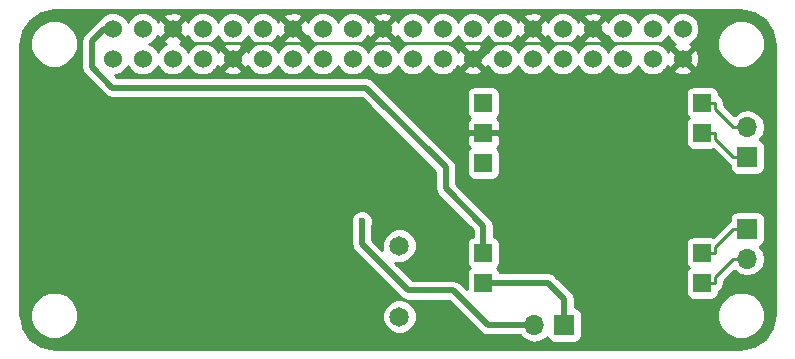
<source format=gbl>
G04 #@! TF.FileFunction,Copper,L2,Bot,Signal*
%FSLAX46Y46*%
G04 Gerber Fmt 4.6, Leading zero omitted, Abs format (unit mm)*
G04 Created by KiCad (PCBNEW 4.0.6-e0-6349~53~ubuntu16.04.1) date Wed Mar 29 22:02:49 2017*
%MOMM*%
%LPD*%
G01*
G04 APERTURE LIST*
%ADD10C,0.100000*%
%ADD11C,1.524000*%
%ADD12C,1.650000*%
%ADD13R,1.700000X1.700000*%
%ADD14O,1.700000X1.700000*%
%ADD15R,1.524000X1.524000*%
%ADD16C,0.600000*%
%ADD17C,0.250000*%
%ADD18C,0.500000*%
%ADD19C,0.254000*%
G04 APERTURE END LIST*
D10*
D11*
X124308000Y-96596000D03*
X124308000Y-94056000D03*
X126848000Y-96596000D03*
X126848000Y-94056000D03*
X129388000Y-96596000D03*
X129388000Y-94056000D03*
X131928000Y-96596000D03*
X131928000Y-94056000D03*
X134468000Y-96596000D03*
X134468000Y-94056000D03*
X137008000Y-96596000D03*
X137008000Y-94056000D03*
X139548000Y-96596000D03*
X139548000Y-94056000D03*
X142088000Y-96596000D03*
X142088000Y-94056000D03*
X144628000Y-96596000D03*
X144628000Y-94056000D03*
X147168000Y-96596000D03*
X147168000Y-94056000D03*
X149708000Y-96596000D03*
X149708000Y-94056000D03*
X152248000Y-96596000D03*
X152248000Y-94056000D03*
X154788000Y-96596000D03*
X154788000Y-94056000D03*
X157328000Y-96596000D03*
X157328000Y-94056000D03*
X159868000Y-96596000D03*
X159868000Y-94056000D03*
X162408000Y-96596000D03*
X162408000Y-94056000D03*
X164948000Y-96596000D03*
X164948000Y-94056000D03*
X167488000Y-96596000D03*
X167488000Y-94056000D03*
X170028000Y-96596000D03*
X170028000Y-94056000D03*
X172568000Y-96596000D03*
X172568000Y-94056000D03*
D12*
X148590000Y-118412000D03*
X148590000Y-112412000D03*
D13*
X178054000Y-104902000D03*
D14*
X178054000Y-102362000D03*
D13*
X178054000Y-110998000D03*
D14*
X178054000Y-113538000D03*
D15*
X174244000Y-100330000D03*
X174244000Y-102870000D03*
X174244000Y-113030000D03*
X174244000Y-115570000D03*
X155702000Y-100330000D03*
X155702000Y-102870000D03*
X155702000Y-105410000D03*
X155702000Y-113030000D03*
X155702000Y-115570000D03*
D13*
X162560000Y-119126000D03*
D14*
X160020000Y-119126000D03*
D16*
X152165000Y-112112000D03*
X145415000Y-110363000D03*
D17*
X152146000Y-112141000D02*
X152146000Y-112131000D01*
X152146000Y-112131000D02*
X152165000Y-112112000D01*
X165430000Y-94056200D02*
X166624000Y-95250000D01*
X164948000Y-94056200D02*
X165430000Y-94056200D01*
X160096000Y-94056200D02*
X161290000Y-95250000D01*
X159868000Y-94056200D02*
X160096000Y-94056200D01*
X155372000Y-96596200D02*
X156718000Y-95250000D01*
X154788000Y-96596200D02*
X155372000Y-96596200D01*
X147168000Y-94081600D02*
X148336000Y-95250000D01*
X147168000Y-94056200D02*
X147168000Y-94081600D01*
X140030000Y-94056200D02*
X141224000Y-95250000D01*
X139548000Y-94056200D02*
X140030000Y-94056200D01*
X134798000Y-96596200D02*
X136144000Y-95250000D01*
X134468000Y-96596200D02*
X134798000Y-96596200D01*
X130581000Y-95250000D02*
X129388000Y-94056200D01*
X136144000Y-95250000D02*
X130581000Y-95250000D01*
X141224000Y-95250000D02*
X136144000Y-95250000D01*
X148336000Y-95250000D02*
X141224000Y-95250000D01*
X156718000Y-95250000D02*
X148336000Y-95250000D01*
X161290000Y-95250000D02*
X156718000Y-95250000D01*
X171069000Y-95250000D02*
X166624000Y-95250000D01*
X172415000Y-96596200D02*
X171069000Y-95250000D01*
X172568000Y-96596200D02*
X172415000Y-96596200D01*
X166624000Y-95250000D02*
X161290000Y-95250000D01*
D18*
X130175000Y-99025400D02*
X145761400Y-99025400D01*
X155702000Y-110744000D02*
X155702000Y-113030000D01*
X152527000Y-107569000D02*
X155702000Y-110744000D01*
X152527000Y-105791000D02*
X152527000Y-107569000D01*
X145761400Y-99025400D02*
X152527000Y-105791000D01*
X124308000Y-94056000D02*
X123622000Y-94056000D01*
X123622000Y-94056000D02*
X122555000Y-95123000D01*
X124298400Y-99025400D02*
X130175000Y-99025400D01*
X122555000Y-97282000D02*
X124298400Y-99025400D01*
X122555000Y-95123000D02*
X122555000Y-97282000D01*
X160020000Y-119126000D02*
X156083000Y-119126000D01*
X153162000Y-116205000D02*
X149352000Y-116205000D01*
X149352000Y-116205000D02*
X145415000Y-112268000D01*
X145415000Y-112268000D02*
X145415000Y-110363000D01*
X156083000Y-119126000D02*
X153162000Y-116205000D01*
D17*
X175331300Y-103354600D02*
X176878700Y-104902000D01*
X175331300Y-102870000D02*
X175331300Y-103354600D01*
X178054000Y-104902000D02*
X176878700Y-104902000D01*
X174244000Y-102870000D02*
X175331300Y-102870000D01*
X175331300Y-100814600D02*
X176878700Y-102362000D01*
X175331300Y-100330000D02*
X175331300Y-100814600D01*
X178054000Y-102362000D02*
X176878700Y-102362000D01*
X174244000Y-100330000D02*
X175331300Y-100330000D01*
X175331300Y-112545400D02*
X176878700Y-110998000D01*
X175331300Y-113030000D02*
X175331300Y-112545400D01*
X178054000Y-110998000D02*
X176878700Y-110998000D01*
X174244000Y-113030000D02*
X175331300Y-113030000D01*
X175331300Y-115085400D02*
X176878700Y-113538000D01*
X175331300Y-115570000D02*
X175331300Y-115085400D01*
X178054000Y-113538000D02*
X176878700Y-113538000D01*
X174244000Y-115570000D02*
X175331300Y-115570000D01*
D18*
X155702000Y-115570000D02*
X161163000Y-115570000D01*
X162560000Y-116967000D02*
X162560000Y-119126000D01*
X161163000Y-115570000D02*
X162560000Y-116967000D01*
D19*
G36*
X178604395Y-92709690D02*
X179523192Y-93323611D01*
X180137110Y-94242405D01*
X180366600Y-95396131D01*
X180366600Y-118220431D01*
X180144869Y-119378312D01*
X179537508Y-120301498D01*
X178623090Y-120921986D01*
X177473511Y-121159200D01*
X119424531Y-121159200D01*
X118270805Y-120929710D01*
X117352011Y-120315792D01*
X116738090Y-119396995D01*
X116601650Y-118711060D01*
X117344652Y-118711060D01*
X117650012Y-119450086D01*
X118214940Y-120016001D01*
X118953432Y-120322650D01*
X119753060Y-120323348D01*
X120492086Y-120017988D01*
X121058001Y-119453060D01*
X121364650Y-118714568D01*
X121365348Y-117914940D01*
X121059988Y-117175914D01*
X120495060Y-116609999D01*
X119756568Y-116303350D01*
X118956940Y-116302652D01*
X118217914Y-116608012D01*
X117651999Y-117172940D01*
X117345350Y-117911432D01*
X117344652Y-118711060D01*
X116601650Y-118711060D01*
X116508600Y-118243269D01*
X116508600Y-95724060D01*
X117344652Y-95724060D01*
X117650012Y-96463086D01*
X118214940Y-97029001D01*
X118953432Y-97335650D01*
X119753060Y-97336348D01*
X120492086Y-97030988D01*
X121058001Y-96466060D01*
X121364650Y-95727568D01*
X121365177Y-95123000D01*
X121669999Y-95123000D01*
X121670000Y-95123005D01*
X121670000Y-97281995D01*
X121669999Y-97282000D01*
X121726190Y-97564484D01*
X121737367Y-97620675D01*
X121843576Y-97779629D01*
X121929210Y-97907790D01*
X123672608Y-99651187D01*
X123672610Y-99651190D01*
X123959725Y-99843033D01*
X124015916Y-99854210D01*
X124298400Y-99910401D01*
X124298405Y-99910400D01*
X145394820Y-99910400D01*
X151642000Y-106157579D01*
X151642000Y-107568995D01*
X151641999Y-107569000D01*
X151698190Y-107851484D01*
X151709367Y-107907675D01*
X151901210Y-108194790D01*
X154817000Y-111110579D01*
X154817000Y-111643704D01*
X154704683Y-111664838D01*
X154488559Y-111803910D01*
X154343569Y-112016110D01*
X154292560Y-112268000D01*
X154292560Y-113792000D01*
X154336838Y-114027317D01*
X154475910Y-114243441D01*
X154557770Y-114299374D01*
X154488559Y-114343910D01*
X154343569Y-114556110D01*
X154292560Y-114808000D01*
X154292560Y-116083980D01*
X153787790Y-115579210D01*
X153774006Y-115570000D01*
X153500675Y-115387367D01*
X153444484Y-115376190D01*
X153162000Y-115319999D01*
X153161995Y-115320000D01*
X149718579Y-115320000D01*
X148250451Y-113851872D01*
X148298314Y-113871746D01*
X148879138Y-113872253D01*
X149415943Y-113650449D01*
X149827006Y-113240103D01*
X150049746Y-112703686D01*
X150050253Y-112122862D01*
X149828449Y-111586057D01*
X149418103Y-111174994D01*
X148881686Y-110952254D01*
X148300862Y-110951747D01*
X147764057Y-111173551D01*
X147352994Y-111583897D01*
X147130254Y-112120314D01*
X147129747Y-112701138D01*
X147150892Y-112752312D01*
X146300000Y-111901420D01*
X146300000Y-110669822D01*
X146349838Y-110549799D01*
X146350162Y-110177833D01*
X146208117Y-109834057D01*
X145945327Y-109570808D01*
X145601799Y-109428162D01*
X145229833Y-109427838D01*
X144886057Y-109569883D01*
X144622808Y-109832673D01*
X144480162Y-110176201D01*
X144479838Y-110548167D01*
X144530000Y-110669569D01*
X144530000Y-112267995D01*
X144529999Y-112268000D01*
X144541905Y-112327852D01*
X144597367Y-112606675D01*
X144685891Y-112739161D01*
X144789210Y-112893790D01*
X148726208Y-116830787D01*
X148726210Y-116830790D01*
X148951185Y-116981112D01*
X148881686Y-116952254D01*
X148300862Y-116951747D01*
X147764057Y-117173551D01*
X147352994Y-117583897D01*
X147130254Y-118120314D01*
X147129747Y-118701138D01*
X147351551Y-119237943D01*
X147761897Y-119649006D01*
X148298314Y-119871746D01*
X148879138Y-119872253D01*
X149415943Y-119650449D01*
X149827006Y-119240103D01*
X150049746Y-118703686D01*
X150050253Y-118122862D01*
X149828449Y-117586057D01*
X149418103Y-117174994D01*
X149085983Y-117037086D01*
X149352000Y-117090001D01*
X149352005Y-117090000D01*
X152795420Y-117090000D01*
X155457208Y-119751787D01*
X155457210Y-119751790D01*
X155744325Y-119943633D01*
X155800516Y-119954810D01*
X156083000Y-120011001D01*
X156083005Y-120011000D01*
X158840221Y-120011000D01*
X158969946Y-120205147D01*
X159451715Y-120527054D01*
X160020000Y-120640093D01*
X160588285Y-120527054D01*
X161070054Y-120205147D01*
X161097850Y-120163548D01*
X161106838Y-120211317D01*
X161245910Y-120427441D01*
X161458110Y-120572431D01*
X161710000Y-120623440D01*
X163410000Y-120623440D01*
X163645317Y-120579162D01*
X163861441Y-120440090D01*
X164006431Y-120227890D01*
X164057440Y-119976000D01*
X164057440Y-118711060D01*
X175510652Y-118711060D01*
X175816012Y-119450086D01*
X176380940Y-120016001D01*
X177119432Y-120322650D01*
X177919060Y-120323348D01*
X178658086Y-120017988D01*
X179224001Y-119453060D01*
X179530650Y-118714568D01*
X179531348Y-117914940D01*
X179225988Y-117175914D01*
X178661060Y-116609999D01*
X177922568Y-116303350D01*
X177122940Y-116302652D01*
X176383914Y-116608012D01*
X175817999Y-117172940D01*
X175511350Y-117911432D01*
X175510652Y-118711060D01*
X164057440Y-118711060D01*
X164057440Y-118276000D01*
X164013162Y-118040683D01*
X163874090Y-117824559D01*
X163661890Y-117679569D01*
X163445000Y-117635648D01*
X163445000Y-116967000D01*
X163377633Y-116628325D01*
X163185790Y-116341210D01*
X163185787Y-116341208D01*
X161788790Y-114944210D01*
X161737532Y-114909961D01*
X161501675Y-114752367D01*
X161445484Y-114741190D01*
X161163000Y-114684999D01*
X161162995Y-114685000D01*
X157088296Y-114685000D01*
X157067162Y-114572683D01*
X156928090Y-114356559D01*
X156846230Y-114300626D01*
X156915441Y-114256090D01*
X157060431Y-114043890D01*
X157111440Y-113792000D01*
X157111440Y-112268000D01*
X172834560Y-112268000D01*
X172834560Y-113792000D01*
X172878838Y-114027317D01*
X173017910Y-114243441D01*
X173099770Y-114299374D01*
X173030559Y-114343910D01*
X172885569Y-114556110D01*
X172834560Y-114808000D01*
X172834560Y-116332000D01*
X172878838Y-116567317D01*
X173017910Y-116783441D01*
X173230110Y-116928431D01*
X173482000Y-116979440D01*
X175006000Y-116979440D01*
X175241317Y-116935162D01*
X175457441Y-116796090D01*
X175602431Y-116583890D01*
X175653440Y-116332000D01*
X175653440Y-116251233D01*
X175868701Y-116107401D01*
X176033448Y-115860839D01*
X176091300Y-115570000D01*
X176091300Y-115400202D01*
X176946252Y-114545250D01*
X176974853Y-114588054D01*
X177456622Y-114909961D01*
X178024907Y-115023000D01*
X178083093Y-115023000D01*
X178651378Y-114909961D01*
X179133147Y-114588054D01*
X179455054Y-114106285D01*
X179568093Y-113538000D01*
X179455054Y-112969715D01*
X179133147Y-112487946D01*
X179091548Y-112460150D01*
X179139317Y-112451162D01*
X179355441Y-112312090D01*
X179500431Y-112099890D01*
X179551440Y-111848000D01*
X179551440Y-110148000D01*
X179507162Y-109912683D01*
X179368090Y-109696559D01*
X179155890Y-109551569D01*
X178904000Y-109500560D01*
X177204000Y-109500560D01*
X176968683Y-109544838D01*
X176752559Y-109683910D01*
X176607569Y-109896110D01*
X176556560Y-110148000D01*
X176556560Y-110316767D01*
X176341299Y-110460599D01*
X175151811Y-111650087D01*
X175006000Y-111620560D01*
X173482000Y-111620560D01*
X173246683Y-111664838D01*
X173030559Y-111803910D01*
X172885569Y-112016110D01*
X172834560Y-112268000D01*
X157111440Y-112268000D01*
X157067162Y-112032683D01*
X156928090Y-111816559D01*
X156715890Y-111671569D01*
X156587000Y-111645468D01*
X156587000Y-110744005D01*
X156587001Y-110744000D01*
X156519633Y-110405326D01*
X156519633Y-110405325D01*
X156327790Y-110118210D01*
X156327787Y-110118208D01*
X153412000Y-107202420D01*
X153412000Y-105791005D01*
X153412001Y-105791000D01*
X153344633Y-105452325D01*
X153152790Y-105165210D01*
X153152787Y-105165208D01*
X152635580Y-104648000D01*
X154292560Y-104648000D01*
X154292560Y-106172000D01*
X154336838Y-106407317D01*
X154475910Y-106623441D01*
X154688110Y-106768431D01*
X154940000Y-106819440D01*
X156464000Y-106819440D01*
X156699317Y-106775162D01*
X156915441Y-106636090D01*
X157060431Y-106423890D01*
X157111440Y-106172000D01*
X157111440Y-104648000D01*
X157067162Y-104412683D01*
X156928090Y-104196559D01*
X156850489Y-104143537D01*
X157002327Y-103991698D01*
X157099000Y-103758309D01*
X157099000Y-103155750D01*
X156940250Y-102997000D01*
X155829000Y-102997000D01*
X155829000Y-103017000D01*
X155575000Y-103017000D01*
X155575000Y-102997000D01*
X154463750Y-102997000D01*
X154305000Y-103155750D01*
X154305000Y-103758309D01*
X154401673Y-103991698D01*
X154552646Y-104142671D01*
X154488559Y-104183910D01*
X154343569Y-104396110D01*
X154292560Y-104648000D01*
X152635580Y-104648000D01*
X147555580Y-99568000D01*
X154292560Y-99568000D01*
X154292560Y-101092000D01*
X154336838Y-101327317D01*
X154475910Y-101543441D01*
X154553511Y-101596463D01*
X154401673Y-101748302D01*
X154305000Y-101981691D01*
X154305000Y-102584250D01*
X154463750Y-102743000D01*
X155575000Y-102743000D01*
X155575000Y-102723000D01*
X155829000Y-102723000D01*
X155829000Y-102743000D01*
X156940250Y-102743000D01*
X157099000Y-102584250D01*
X157099000Y-101981691D01*
X157002327Y-101748302D01*
X156851354Y-101597329D01*
X156915441Y-101556090D01*
X157060431Y-101343890D01*
X157111440Y-101092000D01*
X157111440Y-99568000D01*
X172834560Y-99568000D01*
X172834560Y-101092000D01*
X172878838Y-101327317D01*
X173017910Y-101543441D01*
X173099770Y-101599374D01*
X173030559Y-101643910D01*
X172885569Y-101856110D01*
X172834560Y-102108000D01*
X172834560Y-103632000D01*
X172878838Y-103867317D01*
X173017910Y-104083441D01*
X173230110Y-104228431D01*
X173482000Y-104279440D01*
X175006000Y-104279440D01*
X175153571Y-104251673D01*
X176341299Y-105439401D01*
X176556560Y-105583233D01*
X176556560Y-105752000D01*
X176600838Y-105987317D01*
X176739910Y-106203441D01*
X176952110Y-106348431D01*
X177204000Y-106399440D01*
X178904000Y-106399440D01*
X179139317Y-106355162D01*
X179355441Y-106216090D01*
X179500431Y-106003890D01*
X179551440Y-105752000D01*
X179551440Y-104052000D01*
X179507162Y-103816683D01*
X179368090Y-103600559D01*
X179155890Y-103455569D01*
X179088459Y-103441914D01*
X179133147Y-103412054D01*
X179455054Y-102930285D01*
X179568093Y-102362000D01*
X179455054Y-101793715D01*
X179133147Y-101311946D01*
X178651378Y-100990039D01*
X178083093Y-100877000D01*
X178024907Y-100877000D01*
X177456622Y-100990039D01*
X176974853Y-101311946D01*
X176946252Y-101354750D01*
X176091300Y-100499798D01*
X176091300Y-100330000D01*
X176033448Y-100039161D01*
X175868701Y-99792599D01*
X175653440Y-99648767D01*
X175653440Y-99568000D01*
X175609162Y-99332683D01*
X175470090Y-99116559D01*
X175257890Y-98971569D01*
X175006000Y-98920560D01*
X173482000Y-98920560D01*
X173246683Y-98964838D01*
X173030559Y-99103910D01*
X172885569Y-99316110D01*
X172834560Y-99568000D01*
X157111440Y-99568000D01*
X157067162Y-99332683D01*
X156928090Y-99116559D01*
X156715890Y-98971569D01*
X156464000Y-98920560D01*
X154940000Y-98920560D01*
X154704683Y-98964838D01*
X154488559Y-99103910D01*
X154343569Y-99316110D01*
X154292560Y-99568000D01*
X147555580Y-99568000D01*
X146387190Y-98399610D01*
X146100075Y-98207767D01*
X146043884Y-98196590D01*
X145761400Y-98140399D01*
X145761395Y-98140400D01*
X124664979Y-98140400D01*
X124517763Y-97993184D01*
X124584661Y-97993242D01*
X125098303Y-97781010D01*
X125491629Y-97388370D01*
X125577949Y-97180488D01*
X125662990Y-97386303D01*
X126055630Y-97779629D01*
X126568900Y-97992757D01*
X127124661Y-97993242D01*
X127638303Y-97781010D01*
X128031629Y-97388370D01*
X128117949Y-97180488D01*
X128202990Y-97386303D01*
X128595630Y-97779629D01*
X129108900Y-97992757D01*
X129664661Y-97993242D01*
X130178303Y-97781010D01*
X130571629Y-97388370D01*
X130657949Y-97180488D01*
X130742990Y-97386303D01*
X131135630Y-97779629D01*
X131648900Y-97992757D01*
X132204661Y-97993242D01*
X132718303Y-97781010D01*
X132923457Y-97576213D01*
X133667392Y-97576213D01*
X133736857Y-97818397D01*
X134260302Y-98005144D01*
X134815368Y-97977362D01*
X135199143Y-97818397D01*
X135268608Y-97576213D01*
X134468000Y-96775605D01*
X133667392Y-97576213D01*
X132923457Y-97576213D01*
X133111629Y-97388370D01*
X133191395Y-97196273D01*
X133245603Y-97327143D01*
X133487787Y-97396608D01*
X134288395Y-96596000D01*
X133487787Y-95795392D01*
X133245603Y-95864857D01*
X133195491Y-96005318D01*
X133113010Y-95805697D01*
X132720370Y-95412371D01*
X132512488Y-95326051D01*
X132718303Y-95241010D01*
X133111629Y-94848370D01*
X133197949Y-94640488D01*
X133282990Y-94846303D01*
X133675630Y-95239629D01*
X133867727Y-95319395D01*
X133736857Y-95373603D01*
X133667392Y-95615787D01*
X134468000Y-96416395D01*
X135268608Y-95615787D01*
X135199143Y-95373603D01*
X135058682Y-95323491D01*
X135258303Y-95241010D01*
X135651629Y-94848370D01*
X135737949Y-94640488D01*
X135822990Y-94846303D01*
X136215630Y-95239629D01*
X136423512Y-95325949D01*
X136217697Y-95410990D01*
X135824371Y-95803630D01*
X135744605Y-95995727D01*
X135690397Y-95864857D01*
X135448213Y-95795392D01*
X134647605Y-96596000D01*
X135448213Y-97396608D01*
X135690397Y-97327143D01*
X135740509Y-97186682D01*
X135822990Y-97386303D01*
X136215630Y-97779629D01*
X136728900Y-97992757D01*
X137284661Y-97993242D01*
X137798303Y-97781010D01*
X138191629Y-97388370D01*
X138277949Y-97180488D01*
X138362990Y-97386303D01*
X138755630Y-97779629D01*
X139268900Y-97992757D01*
X139824661Y-97993242D01*
X140338303Y-97781010D01*
X140731629Y-97388370D01*
X140817949Y-97180488D01*
X140902990Y-97386303D01*
X141295630Y-97779629D01*
X141808900Y-97992757D01*
X142364661Y-97993242D01*
X142878303Y-97781010D01*
X143271629Y-97388370D01*
X143357949Y-97180488D01*
X143442990Y-97386303D01*
X143835630Y-97779629D01*
X144348900Y-97992757D01*
X144904661Y-97993242D01*
X145418303Y-97781010D01*
X145811629Y-97388370D01*
X145897949Y-97180488D01*
X145982990Y-97386303D01*
X146375630Y-97779629D01*
X146888900Y-97992757D01*
X147444661Y-97993242D01*
X147958303Y-97781010D01*
X148351629Y-97388370D01*
X148437949Y-97180488D01*
X148522990Y-97386303D01*
X148915630Y-97779629D01*
X149428900Y-97992757D01*
X149984661Y-97993242D01*
X150498303Y-97781010D01*
X150891629Y-97388370D01*
X150977949Y-97180488D01*
X151062990Y-97386303D01*
X151455630Y-97779629D01*
X151968900Y-97992757D01*
X152524661Y-97993242D01*
X153038303Y-97781010D01*
X153243457Y-97576213D01*
X153987392Y-97576213D01*
X154056857Y-97818397D01*
X154580302Y-98005144D01*
X155135368Y-97977362D01*
X155519143Y-97818397D01*
X155588608Y-97576213D01*
X154788000Y-96775605D01*
X153987392Y-97576213D01*
X153243457Y-97576213D01*
X153431629Y-97388370D01*
X153511395Y-97196273D01*
X153565603Y-97327143D01*
X153807787Y-97396608D01*
X154608395Y-96596000D01*
X153807787Y-95795392D01*
X153565603Y-95864857D01*
X153515491Y-96005318D01*
X153433010Y-95805697D01*
X153040370Y-95412371D01*
X152832488Y-95326051D01*
X153038303Y-95241010D01*
X153431629Y-94848370D01*
X153517949Y-94640488D01*
X153602990Y-94846303D01*
X153995630Y-95239629D01*
X154187727Y-95319395D01*
X154056857Y-95373603D01*
X153987392Y-95615787D01*
X154788000Y-96416395D01*
X155588608Y-95615787D01*
X155519143Y-95373603D01*
X155378682Y-95323491D01*
X155578303Y-95241010D01*
X155971629Y-94848370D01*
X156057949Y-94640488D01*
X156142990Y-94846303D01*
X156535630Y-95239629D01*
X156743512Y-95325949D01*
X156537697Y-95410990D01*
X156144371Y-95803630D01*
X156064605Y-95995727D01*
X156010397Y-95864857D01*
X155768213Y-95795392D01*
X154967605Y-96596000D01*
X155768213Y-97396608D01*
X156010397Y-97327143D01*
X156060509Y-97186682D01*
X156142990Y-97386303D01*
X156535630Y-97779629D01*
X157048900Y-97992757D01*
X157604661Y-97993242D01*
X158118303Y-97781010D01*
X158511629Y-97388370D01*
X158597949Y-97180488D01*
X158682990Y-97386303D01*
X159075630Y-97779629D01*
X159588900Y-97992757D01*
X160144661Y-97993242D01*
X160658303Y-97781010D01*
X161051629Y-97388370D01*
X161137949Y-97180488D01*
X161222990Y-97386303D01*
X161615630Y-97779629D01*
X162128900Y-97992757D01*
X162684661Y-97993242D01*
X163198303Y-97781010D01*
X163591629Y-97388370D01*
X163677949Y-97180488D01*
X163762990Y-97386303D01*
X164155630Y-97779629D01*
X164668900Y-97992757D01*
X165224661Y-97993242D01*
X165738303Y-97781010D01*
X166131629Y-97388370D01*
X166217949Y-97180488D01*
X166302990Y-97386303D01*
X166695630Y-97779629D01*
X167208900Y-97992757D01*
X167764661Y-97993242D01*
X168278303Y-97781010D01*
X168671629Y-97388370D01*
X168757949Y-97180488D01*
X168842990Y-97386303D01*
X169235630Y-97779629D01*
X169748900Y-97992757D01*
X170304661Y-97993242D01*
X170818303Y-97781010D01*
X171023457Y-97576213D01*
X171767392Y-97576213D01*
X171836857Y-97818397D01*
X172360302Y-98005144D01*
X172915368Y-97977362D01*
X173299143Y-97818397D01*
X173368608Y-97576213D01*
X172568000Y-96775605D01*
X171767392Y-97576213D01*
X171023457Y-97576213D01*
X171211629Y-97388370D01*
X171291395Y-97196273D01*
X171345603Y-97327143D01*
X171587787Y-97396608D01*
X172388395Y-96596000D01*
X172747605Y-96596000D01*
X173548213Y-97396608D01*
X173790397Y-97327143D01*
X173977144Y-96803698D01*
X173949362Y-96248632D01*
X173790397Y-95864857D01*
X173548213Y-95795392D01*
X172747605Y-96596000D01*
X172388395Y-96596000D01*
X171587787Y-95795392D01*
X171345603Y-95864857D01*
X171295491Y-96005318D01*
X171213010Y-95805697D01*
X170820370Y-95412371D01*
X170612488Y-95326051D01*
X170818303Y-95241010D01*
X171211629Y-94848370D01*
X171297949Y-94640488D01*
X171382990Y-94846303D01*
X171775630Y-95239629D01*
X171967727Y-95319395D01*
X171836857Y-95373603D01*
X171767392Y-95615787D01*
X172568000Y-96416395D01*
X173260335Y-95724060D01*
X175510652Y-95724060D01*
X175816012Y-96463086D01*
X176380940Y-97029001D01*
X177119432Y-97335650D01*
X177919060Y-97336348D01*
X178658086Y-97030988D01*
X179224001Y-96466060D01*
X179530650Y-95727568D01*
X179531348Y-94927940D01*
X179225988Y-94188914D01*
X178661060Y-93622999D01*
X177922568Y-93316350D01*
X177122940Y-93315652D01*
X176383914Y-93621012D01*
X175817999Y-94185940D01*
X175511350Y-94924432D01*
X175510652Y-95724060D01*
X173260335Y-95724060D01*
X173368608Y-95615787D01*
X173299143Y-95373603D01*
X173158682Y-95323491D01*
X173358303Y-95241010D01*
X173751629Y-94848370D01*
X173964757Y-94335100D01*
X173965242Y-93779339D01*
X173753010Y-93265697D01*
X173360370Y-92872371D01*
X172847100Y-92659243D01*
X172291339Y-92658758D01*
X171777697Y-92870990D01*
X171384371Y-93263630D01*
X171298051Y-93471512D01*
X171213010Y-93265697D01*
X170820370Y-92872371D01*
X170307100Y-92659243D01*
X169751339Y-92658758D01*
X169237697Y-92870990D01*
X168844371Y-93263630D01*
X168758051Y-93471512D01*
X168673010Y-93265697D01*
X168280370Y-92872371D01*
X167767100Y-92659243D01*
X167211339Y-92658758D01*
X166697697Y-92870990D01*
X166304371Y-93263630D01*
X166224605Y-93455727D01*
X166170397Y-93324857D01*
X165928213Y-93255392D01*
X165127605Y-94056000D01*
X165928213Y-94856608D01*
X166170397Y-94787143D01*
X166220509Y-94646682D01*
X166302990Y-94846303D01*
X166695630Y-95239629D01*
X166903512Y-95325949D01*
X166697697Y-95410990D01*
X166304371Y-95803630D01*
X166218051Y-96011512D01*
X166133010Y-95805697D01*
X165740370Y-95412371D01*
X165548273Y-95332605D01*
X165679143Y-95278397D01*
X165748608Y-95036213D01*
X164948000Y-94235605D01*
X164147392Y-95036213D01*
X164216857Y-95278397D01*
X164357318Y-95328509D01*
X164157697Y-95410990D01*
X163764371Y-95803630D01*
X163678051Y-96011512D01*
X163593010Y-95805697D01*
X163200370Y-95412371D01*
X162992488Y-95326051D01*
X163198303Y-95241010D01*
X163591629Y-94848370D01*
X163671395Y-94656273D01*
X163725603Y-94787143D01*
X163967787Y-94856608D01*
X164768395Y-94056000D01*
X163967787Y-93255392D01*
X163725603Y-93324857D01*
X163675491Y-93465318D01*
X163593010Y-93265697D01*
X163403432Y-93075787D01*
X164147392Y-93075787D01*
X164948000Y-93876395D01*
X165748608Y-93075787D01*
X165679143Y-92833603D01*
X165155698Y-92646856D01*
X164600632Y-92674638D01*
X164216857Y-92833603D01*
X164147392Y-93075787D01*
X163403432Y-93075787D01*
X163200370Y-92872371D01*
X162687100Y-92659243D01*
X162131339Y-92658758D01*
X161617697Y-92870990D01*
X161224371Y-93263630D01*
X161144605Y-93455727D01*
X161090397Y-93324857D01*
X160848213Y-93255392D01*
X160047605Y-94056000D01*
X160848213Y-94856608D01*
X161090397Y-94787143D01*
X161140509Y-94646682D01*
X161222990Y-94846303D01*
X161615630Y-95239629D01*
X161823512Y-95325949D01*
X161617697Y-95410990D01*
X161224371Y-95803630D01*
X161138051Y-96011512D01*
X161053010Y-95805697D01*
X160660370Y-95412371D01*
X160468273Y-95332605D01*
X160599143Y-95278397D01*
X160668608Y-95036213D01*
X159868000Y-94235605D01*
X159067392Y-95036213D01*
X159136857Y-95278397D01*
X159277318Y-95328509D01*
X159077697Y-95410990D01*
X158684371Y-95803630D01*
X158598051Y-96011512D01*
X158513010Y-95805697D01*
X158120370Y-95412371D01*
X157912488Y-95326051D01*
X158118303Y-95241010D01*
X158511629Y-94848370D01*
X158591395Y-94656273D01*
X158645603Y-94787143D01*
X158887787Y-94856608D01*
X159688395Y-94056000D01*
X158887787Y-93255392D01*
X158645603Y-93324857D01*
X158595491Y-93465318D01*
X158513010Y-93265697D01*
X158323432Y-93075787D01*
X159067392Y-93075787D01*
X159868000Y-93876395D01*
X160668608Y-93075787D01*
X160599143Y-92833603D01*
X160075698Y-92646856D01*
X159520632Y-92674638D01*
X159136857Y-92833603D01*
X159067392Y-93075787D01*
X158323432Y-93075787D01*
X158120370Y-92872371D01*
X157607100Y-92659243D01*
X157051339Y-92658758D01*
X156537697Y-92870990D01*
X156144371Y-93263630D01*
X156058051Y-93471512D01*
X155973010Y-93265697D01*
X155580370Y-92872371D01*
X155067100Y-92659243D01*
X154511339Y-92658758D01*
X153997697Y-92870990D01*
X153604371Y-93263630D01*
X153518051Y-93471512D01*
X153433010Y-93265697D01*
X153040370Y-92872371D01*
X152527100Y-92659243D01*
X151971339Y-92658758D01*
X151457697Y-92870990D01*
X151064371Y-93263630D01*
X150978051Y-93471512D01*
X150893010Y-93265697D01*
X150500370Y-92872371D01*
X149987100Y-92659243D01*
X149431339Y-92658758D01*
X148917697Y-92870990D01*
X148524371Y-93263630D01*
X148444605Y-93455727D01*
X148390397Y-93324857D01*
X148148213Y-93255392D01*
X147347605Y-94056000D01*
X148148213Y-94856608D01*
X148390397Y-94787143D01*
X148440509Y-94646682D01*
X148522990Y-94846303D01*
X148915630Y-95239629D01*
X149123512Y-95325949D01*
X148917697Y-95410990D01*
X148524371Y-95803630D01*
X148438051Y-96011512D01*
X148353010Y-95805697D01*
X147960370Y-95412371D01*
X147768273Y-95332605D01*
X147899143Y-95278397D01*
X147968608Y-95036213D01*
X147168000Y-94235605D01*
X146367392Y-95036213D01*
X146436857Y-95278397D01*
X146577318Y-95328509D01*
X146377697Y-95410990D01*
X145984371Y-95803630D01*
X145898051Y-96011512D01*
X145813010Y-95805697D01*
X145420370Y-95412371D01*
X145212488Y-95326051D01*
X145418303Y-95241010D01*
X145811629Y-94848370D01*
X145891395Y-94656273D01*
X145945603Y-94787143D01*
X146187787Y-94856608D01*
X146988395Y-94056000D01*
X146187787Y-93255392D01*
X145945603Y-93324857D01*
X145895491Y-93465318D01*
X145813010Y-93265697D01*
X145623432Y-93075787D01*
X146367392Y-93075787D01*
X147168000Y-93876395D01*
X147968608Y-93075787D01*
X147899143Y-92833603D01*
X147375698Y-92646856D01*
X146820632Y-92674638D01*
X146436857Y-92833603D01*
X146367392Y-93075787D01*
X145623432Y-93075787D01*
X145420370Y-92872371D01*
X144907100Y-92659243D01*
X144351339Y-92658758D01*
X143837697Y-92870990D01*
X143444371Y-93263630D01*
X143358051Y-93471512D01*
X143273010Y-93265697D01*
X142880370Y-92872371D01*
X142367100Y-92659243D01*
X141811339Y-92658758D01*
X141297697Y-92870990D01*
X140904371Y-93263630D01*
X140824605Y-93455727D01*
X140770397Y-93324857D01*
X140528213Y-93255392D01*
X139727605Y-94056000D01*
X140528213Y-94856608D01*
X140770397Y-94787143D01*
X140820509Y-94646682D01*
X140902990Y-94846303D01*
X141295630Y-95239629D01*
X141503512Y-95325949D01*
X141297697Y-95410990D01*
X140904371Y-95803630D01*
X140818051Y-96011512D01*
X140733010Y-95805697D01*
X140340370Y-95412371D01*
X140148273Y-95332605D01*
X140279143Y-95278397D01*
X140348608Y-95036213D01*
X139548000Y-94235605D01*
X138747392Y-95036213D01*
X138816857Y-95278397D01*
X138957318Y-95328509D01*
X138757697Y-95410990D01*
X138364371Y-95803630D01*
X138278051Y-96011512D01*
X138193010Y-95805697D01*
X137800370Y-95412371D01*
X137592488Y-95326051D01*
X137798303Y-95241010D01*
X138191629Y-94848370D01*
X138271395Y-94656273D01*
X138325603Y-94787143D01*
X138567787Y-94856608D01*
X139368395Y-94056000D01*
X138567787Y-93255392D01*
X138325603Y-93324857D01*
X138275491Y-93465318D01*
X138193010Y-93265697D01*
X138003432Y-93075787D01*
X138747392Y-93075787D01*
X139548000Y-93876395D01*
X140348608Y-93075787D01*
X140279143Y-92833603D01*
X139755698Y-92646856D01*
X139200632Y-92674638D01*
X138816857Y-92833603D01*
X138747392Y-93075787D01*
X138003432Y-93075787D01*
X137800370Y-92872371D01*
X137287100Y-92659243D01*
X136731339Y-92658758D01*
X136217697Y-92870990D01*
X135824371Y-93263630D01*
X135738051Y-93471512D01*
X135653010Y-93265697D01*
X135260370Y-92872371D01*
X134747100Y-92659243D01*
X134191339Y-92658758D01*
X133677697Y-92870990D01*
X133284371Y-93263630D01*
X133198051Y-93471512D01*
X133113010Y-93265697D01*
X132720370Y-92872371D01*
X132207100Y-92659243D01*
X131651339Y-92658758D01*
X131137697Y-92870990D01*
X130744371Y-93263630D01*
X130664605Y-93455727D01*
X130610397Y-93324857D01*
X130368213Y-93255392D01*
X129567605Y-94056000D01*
X130368213Y-94856608D01*
X130610397Y-94787143D01*
X130660509Y-94646682D01*
X130742990Y-94846303D01*
X131135630Y-95239629D01*
X131343512Y-95325949D01*
X131137697Y-95410990D01*
X130744371Y-95803630D01*
X130658051Y-96011512D01*
X130573010Y-95805697D01*
X130180370Y-95412371D01*
X129988273Y-95332605D01*
X130119143Y-95278397D01*
X130188608Y-95036213D01*
X129388000Y-94235605D01*
X128587392Y-95036213D01*
X128656857Y-95278397D01*
X128797318Y-95328509D01*
X128597697Y-95410990D01*
X128204371Y-95803630D01*
X128118051Y-96011512D01*
X128033010Y-95805697D01*
X127640370Y-95412371D01*
X127432488Y-95326051D01*
X127638303Y-95241010D01*
X128031629Y-94848370D01*
X128111395Y-94656273D01*
X128165603Y-94787143D01*
X128407787Y-94856608D01*
X129208395Y-94056000D01*
X128407787Y-93255392D01*
X128165603Y-93324857D01*
X128115491Y-93465318D01*
X128033010Y-93265697D01*
X127843432Y-93075787D01*
X128587392Y-93075787D01*
X129388000Y-93876395D01*
X130188608Y-93075787D01*
X130119143Y-92833603D01*
X129595698Y-92646856D01*
X129040632Y-92674638D01*
X128656857Y-92833603D01*
X128587392Y-93075787D01*
X127843432Y-93075787D01*
X127640370Y-92872371D01*
X127127100Y-92659243D01*
X126571339Y-92658758D01*
X126057697Y-92870990D01*
X125664371Y-93263630D01*
X125578051Y-93471512D01*
X125493010Y-93265697D01*
X125100370Y-92872371D01*
X124587100Y-92659243D01*
X124031339Y-92658758D01*
X123517697Y-92870990D01*
X123124371Y-93263630D01*
X123077853Y-93375658D01*
X122996210Y-93430210D01*
X122996208Y-93430213D01*
X121929210Y-94497210D01*
X121737367Y-94784325D01*
X121726190Y-94840516D01*
X121669999Y-95123000D01*
X121365177Y-95123000D01*
X121365348Y-94927940D01*
X121059988Y-94188914D01*
X120495060Y-93622999D01*
X119756568Y-93316350D01*
X118956940Y-93315652D01*
X118217914Y-93621012D01*
X117651999Y-94185940D01*
X117345350Y-94924432D01*
X117344652Y-95724060D01*
X116508600Y-95724060D01*
X116508600Y-95441812D01*
X116722538Y-94279758D01*
X117323348Y-93352166D01*
X118233398Y-92725105D01*
X119378853Y-92480200D01*
X177450669Y-92480200D01*
X178604395Y-92709690D01*
X178604395Y-92709690D01*
G37*
X178604395Y-92709690D02*
X179523192Y-93323611D01*
X180137110Y-94242405D01*
X180366600Y-95396131D01*
X180366600Y-118220431D01*
X180144869Y-119378312D01*
X179537508Y-120301498D01*
X178623090Y-120921986D01*
X177473511Y-121159200D01*
X119424531Y-121159200D01*
X118270805Y-120929710D01*
X117352011Y-120315792D01*
X116738090Y-119396995D01*
X116601650Y-118711060D01*
X117344652Y-118711060D01*
X117650012Y-119450086D01*
X118214940Y-120016001D01*
X118953432Y-120322650D01*
X119753060Y-120323348D01*
X120492086Y-120017988D01*
X121058001Y-119453060D01*
X121364650Y-118714568D01*
X121365348Y-117914940D01*
X121059988Y-117175914D01*
X120495060Y-116609999D01*
X119756568Y-116303350D01*
X118956940Y-116302652D01*
X118217914Y-116608012D01*
X117651999Y-117172940D01*
X117345350Y-117911432D01*
X117344652Y-118711060D01*
X116601650Y-118711060D01*
X116508600Y-118243269D01*
X116508600Y-95724060D01*
X117344652Y-95724060D01*
X117650012Y-96463086D01*
X118214940Y-97029001D01*
X118953432Y-97335650D01*
X119753060Y-97336348D01*
X120492086Y-97030988D01*
X121058001Y-96466060D01*
X121364650Y-95727568D01*
X121365177Y-95123000D01*
X121669999Y-95123000D01*
X121670000Y-95123005D01*
X121670000Y-97281995D01*
X121669999Y-97282000D01*
X121726190Y-97564484D01*
X121737367Y-97620675D01*
X121843576Y-97779629D01*
X121929210Y-97907790D01*
X123672608Y-99651187D01*
X123672610Y-99651190D01*
X123959725Y-99843033D01*
X124015916Y-99854210D01*
X124298400Y-99910401D01*
X124298405Y-99910400D01*
X145394820Y-99910400D01*
X151642000Y-106157579D01*
X151642000Y-107568995D01*
X151641999Y-107569000D01*
X151698190Y-107851484D01*
X151709367Y-107907675D01*
X151901210Y-108194790D01*
X154817000Y-111110579D01*
X154817000Y-111643704D01*
X154704683Y-111664838D01*
X154488559Y-111803910D01*
X154343569Y-112016110D01*
X154292560Y-112268000D01*
X154292560Y-113792000D01*
X154336838Y-114027317D01*
X154475910Y-114243441D01*
X154557770Y-114299374D01*
X154488559Y-114343910D01*
X154343569Y-114556110D01*
X154292560Y-114808000D01*
X154292560Y-116083980D01*
X153787790Y-115579210D01*
X153774006Y-115570000D01*
X153500675Y-115387367D01*
X153444484Y-115376190D01*
X153162000Y-115319999D01*
X153161995Y-115320000D01*
X149718579Y-115320000D01*
X148250451Y-113851872D01*
X148298314Y-113871746D01*
X148879138Y-113872253D01*
X149415943Y-113650449D01*
X149827006Y-113240103D01*
X150049746Y-112703686D01*
X150050253Y-112122862D01*
X149828449Y-111586057D01*
X149418103Y-111174994D01*
X148881686Y-110952254D01*
X148300862Y-110951747D01*
X147764057Y-111173551D01*
X147352994Y-111583897D01*
X147130254Y-112120314D01*
X147129747Y-112701138D01*
X147150892Y-112752312D01*
X146300000Y-111901420D01*
X146300000Y-110669822D01*
X146349838Y-110549799D01*
X146350162Y-110177833D01*
X146208117Y-109834057D01*
X145945327Y-109570808D01*
X145601799Y-109428162D01*
X145229833Y-109427838D01*
X144886057Y-109569883D01*
X144622808Y-109832673D01*
X144480162Y-110176201D01*
X144479838Y-110548167D01*
X144530000Y-110669569D01*
X144530000Y-112267995D01*
X144529999Y-112268000D01*
X144541905Y-112327852D01*
X144597367Y-112606675D01*
X144685891Y-112739161D01*
X144789210Y-112893790D01*
X148726208Y-116830787D01*
X148726210Y-116830790D01*
X148951185Y-116981112D01*
X148881686Y-116952254D01*
X148300862Y-116951747D01*
X147764057Y-117173551D01*
X147352994Y-117583897D01*
X147130254Y-118120314D01*
X147129747Y-118701138D01*
X147351551Y-119237943D01*
X147761897Y-119649006D01*
X148298314Y-119871746D01*
X148879138Y-119872253D01*
X149415943Y-119650449D01*
X149827006Y-119240103D01*
X150049746Y-118703686D01*
X150050253Y-118122862D01*
X149828449Y-117586057D01*
X149418103Y-117174994D01*
X149085983Y-117037086D01*
X149352000Y-117090001D01*
X149352005Y-117090000D01*
X152795420Y-117090000D01*
X155457208Y-119751787D01*
X155457210Y-119751790D01*
X155744325Y-119943633D01*
X155800516Y-119954810D01*
X156083000Y-120011001D01*
X156083005Y-120011000D01*
X158840221Y-120011000D01*
X158969946Y-120205147D01*
X159451715Y-120527054D01*
X160020000Y-120640093D01*
X160588285Y-120527054D01*
X161070054Y-120205147D01*
X161097850Y-120163548D01*
X161106838Y-120211317D01*
X161245910Y-120427441D01*
X161458110Y-120572431D01*
X161710000Y-120623440D01*
X163410000Y-120623440D01*
X163645317Y-120579162D01*
X163861441Y-120440090D01*
X164006431Y-120227890D01*
X164057440Y-119976000D01*
X164057440Y-118711060D01*
X175510652Y-118711060D01*
X175816012Y-119450086D01*
X176380940Y-120016001D01*
X177119432Y-120322650D01*
X177919060Y-120323348D01*
X178658086Y-120017988D01*
X179224001Y-119453060D01*
X179530650Y-118714568D01*
X179531348Y-117914940D01*
X179225988Y-117175914D01*
X178661060Y-116609999D01*
X177922568Y-116303350D01*
X177122940Y-116302652D01*
X176383914Y-116608012D01*
X175817999Y-117172940D01*
X175511350Y-117911432D01*
X175510652Y-118711060D01*
X164057440Y-118711060D01*
X164057440Y-118276000D01*
X164013162Y-118040683D01*
X163874090Y-117824559D01*
X163661890Y-117679569D01*
X163445000Y-117635648D01*
X163445000Y-116967000D01*
X163377633Y-116628325D01*
X163185790Y-116341210D01*
X163185787Y-116341208D01*
X161788790Y-114944210D01*
X161737532Y-114909961D01*
X161501675Y-114752367D01*
X161445484Y-114741190D01*
X161163000Y-114684999D01*
X161162995Y-114685000D01*
X157088296Y-114685000D01*
X157067162Y-114572683D01*
X156928090Y-114356559D01*
X156846230Y-114300626D01*
X156915441Y-114256090D01*
X157060431Y-114043890D01*
X157111440Y-113792000D01*
X157111440Y-112268000D01*
X172834560Y-112268000D01*
X172834560Y-113792000D01*
X172878838Y-114027317D01*
X173017910Y-114243441D01*
X173099770Y-114299374D01*
X173030559Y-114343910D01*
X172885569Y-114556110D01*
X172834560Y-114808000D01*
X172834560Y-116332000D01*
X172878838Y-116567317D01*
X173017910Y-116783441D01*
X173230110Y-116928431D01*
X173482000Y-116979440D01*
X175006000Y-116979440D01*
X175241317Y-116935162D01*
X175457441Y-116796090D01*
X175602431Y-116583890D01*
X175653440Y-116332000D01*
X175653440Y-116251233D01*
X175868701Y-116107401D01*
X176033448Y-115860839D01*
X176091300Y-115570000D01*
X176091300Y-115400202D01*
X176946252Y-114545250D01*
X176974853Y-114588054D01*
X177456622Y-114909961D01*
X178024907Y-115023000D01*
X178083093Y-115023000D01*
X178651378Y-114909961D01*
X179133147Y-114588054D01*
X179455054Y-114106285D01*
X179568093Y-113538000D01*
X179455054Y-112969715D01*
X179133147Y-112487946D01*
X179091548Y-112460150D01*
X179139317Y-112451162D01*
X179355441Y-112312090D01*
X179500431Y-112099890D01*
X179551440Y-111848000D01*
X179551440Y-110148000D01*
X179507162Y-109912683D01*
X179368090Y-109696559D01*
X179155890Y-109551569D01*
X178904000Y-109500560D01*
X177204000Y-109500560D01*
X176968683Y-109544838D01*
X176752559Y-109683910D01*
X176607569Y-109896110D01*
X176556560Y-110148000D01*
X176556560Y-110316767D01*
X176341299Y-110460599D01*
X175151811Y-111650087D01*
X175006000Y-111620560D01*
X173482000Y-111620560D01*
X173246683Y-111664838D01*
X173030559Y-111803910D01*
X172885569Y-112016110D01*
X172834560Y-112268000D01*
X157111440Y-112268000D01*
X157067162Y-112032683D01*
X156928090Y-111816559D01*
X156715890Y-111671569D01*
X156587000Y-111645468D01*
X156587000Y-110744005D01*
X156587001Y-110744000D01*
X156519633Y-110405326D01*
X156519633Y-110405325D01*
X156327790Y-110118210D01*
X156327787Y-110118208D01*
X153412000Y-107202420D01*
X153412000Y-105791005D01*
X153412001Y-105791000D01*
X153344633Y-105452325D01*
X153152790Y-105165210D01*
X153152787Y-105165208D01*
X152635580Y-104648000D01*
X154292560Y-104648000D01*
X154292560Y-106172000D01*
X154336838Y-106407317D01*
X154475910Y-106623441D01*
X154688110Y-106768431D01*
X154940000Y-106819440D01*
X156464000Y-106819440D01*
X156699317Y-106775162D01*
X156915441Y-106636090D01*
X157060431Y-106423890D01*
X157111440Y-106172000D01*
X157111440Y-104648000D01*
X157067162Y-104412683D01*
X156928090Y-104196559D01*
X156850489Y-104143537D01*
X157002327Y-103991698D01*
X157099000Y-103758309D01*
X157099000Y-103155750D01*
X156940250Y-102997000D01*
X155829000Y-102997000D01*
X155829000Y-103017000D01*
X155575000Y-103017000D01*
X155575000Y-102997000D01*
X154463750Y-102997000D01*
X154305000Y-103155750D01*
X154305000Y-103758309D01*
X154401673Y-103991698D01*
X154552646Y-104142671D01*
X154488559Y-104183910D01*
X154343569Y-104396110D01*
X154292560Y-104648000D01*
X152635580Y-104648000D01*
X147555580Y-99568000D01*
X154292560Y-99568000D01*
X154292560Y-101092000D01*
X154336838Y-101327317D01*
X154475910Y-101543441D01*
X154553511Y-101596463D01*
X154401673Y-101748302D01*
X154305000Y-101981691D01*
X154305000Y-102584250D01*
X154463750Y-102743000D01*
X155575000Y-102743000D01*
X155575000Y-102723000D01*
X155829000Y-102723000D01*
X155829000Y-102743000D01*
X156940250Y-102743000D01*
X157099000Y-102584250D01*
X157099000Y-101981691D01*
X157002327Y-101748302D01*
X156851354Y-101597329D01*
X156915441Y-101556090D01*
X157060431Y-101343890D01*
X157111440Y-101092000D01*
X157111440Y-99568000D01*
X172834560Y-99568000D01*
X172834560Y-101092000D01*
X172878838Y-101327317D01*
X173017910Y-101543441D01*
X173099770Y-101599374D01*
X173030559Y-101643910D01*
X172885569Y-101856110D01*
X172834560Y-102108000D01*
X172834560Y-103632000D01*
X172878838Y-103867317D01*
X173017910Y-104083441D01*
X173230110Y-104228431D01*
X173482000Y-104279440D01*
X175006000Y-104279440D01*
X175153571Y-104251673D01*
X176341299Y-105439401D01*
X176556560Y-105583233D01*
X176556560Y-105752000D01*
X176600838Y-105987317D01*
X176739910Y-106203441D01*
X176952110Y-106348431D01*
X177204000Y-106399440D01*
X178904000Y-106399440D01*
X179139317Y-106355162D01*
X179355441Y-106216090D01*
X179500431Y-106003890D01*
X179551440Y-105752000D01*
X179551440Y-104052000D01*
X179507162Y-103816683D01*
X179368090Y-103600559D01*
X179155890Y-103455569D01*
X179088459Y-103441914D01*
X179133147Y-103412054D01*
X179455054Y-102930285D01*
X179568093Y-102362000D01*
X179455054Y-101793715D01*
X179133147Y-101311946D01*
X178651378Y-100990039D01*
X178083093Y-100877000D01*
X178024907Y-100877000D01*
X177456622Y-100990039D01*
X176974853Y-101311946D01*
X176946252Y-101354750D01*
X176091300Y-100499798D01*
X176091300Y-100330000D01*
X176033448Y-100039161D01*
X175868701Y-99792599D01*
X175653440Y-99648767D01*
X175653440Y-99568000D01*
X175609162Y-99332683D01*
X175470090Y-99116559D01*
X175257890Y-98971569D01*
X175006000Y-98920560D01*
X173482000Y-98920560D01*
X173246683Y-98964838D01*
X173030559Y-99103910D01*
X172885569Y-99316110D01*
X172834560Y-99568000D01*
X157111440Y-99568000D01*
X157067162Y-99332683D01*
X156928090Y-99116559D01*
X156715890Y-98971569D01*
X156464000Y-98920560D01*
X154940000Y-98920560D01*
X154704683Y-98964838D01*
X154488559Y-99103910D01*
X154343569Y-99316110D01*
X154292560Y-99568000D01*
X147555580Y-99568000D01*
X146387190Y-98399610D01*
X146100075Y-98207767D01*
X146043884Y-98196590D01*
X145761400Y-98140399D01*
X145761395Y-98140400D01*
X124664979Y-98140400D01*
X124517763Y-97993184D01*
X124584661Y-97993242D01*
X125098303Y-97781010D01*
X125491629Y-97388370D01*
X125577949Y-97180488D01*
X125662990Y-97386303D01*
X126055630Y-97779629D01*
X126568900Y-97992757D01*
X127124661Y-97993242D01*
X127638303Y-97781010D01*
X128031629Y-97388370D01*
X128117949Y-97180488D01*
X128202990Y-97386303D01*
X128595630Y-97779629D01*
X129108900Y-97992757D01*
X129664661Y-97993242D01*
X130178303Y-97781010D01*
X130571629Y-97388370D01*
X130657949Y-97180488D01*
X130742990Y-97386303D01*
X131135630Y-97779629D01*
X131648900Y-97992757D01*
X132204661Y-97993242D01*
X132718303Y-97781010D01*
X132923457Y-97576213D01*
X133667392Y-97576213D01*
X133736857Y-97818397D01*
X134260302Y-98005144D01*
X134815368Y-97977362D01*
X135199143Y-97818397D01*
X135268608Y-97576213D01*
X134468000Y-96775605D01*
X133667392Y-97576213D01*
X132923457Y-97576213D01*
X133111629Y-97388370D01*
X133191395Y-97196273D01*
X133245603Y-97327143D01*
X133487787Y-97396608D01*
X134288395Y-96596000D01*
X133487787Y-95795392D01*
X133245603Y-95864857D01*
X133195491Y-96005318D01*
X133113010Y-95805697D01*
X132720370Y-95412371D01*
X132512488Y-95326051D01*
X132718303Y-95241010D01*
X133111629Y-94848370D01*
X133197949Y-94640488D01*
X133282990Y-94846303D01*
X133675630Y-95239629D01*
X133867727Y-95319395D01*
X133736857Y-95373603D01*
X133667392Y-95615787D01*
X134468000Y-96416395D01*
X135268608Y-95615787D01*
X135199143Y-95373603D01*
X135058682Y-95323491D01*
X135258303Y-95241010D01*
X135651629Y-94848370D01*
X135737949Y-94640488D01*
X135822990Y-94846303D01*
X136215630Y-95239629D01*
X136423512Y-95325949D01*
X136217697Y-95410990D01*
X135824371Y-95803630D01*
X135744605Y-95995727D01*
X135690397Y-95864857D01*
X135448213Y-95795392D01*
X134647605Y-96596000D01*
X135448213Y-97396608D01*
X135690397Y-97327143D01*
X135740509Y-97186682D01*
X135822990Y-97386303D01*
X136215630Y-97779629D01*
X136728900Y-97992757D01*
X137284661Y-97993242D01*
X137798303Y-97781010D01*
X138191629Y-97388370D01*
X138277949Y-97180488D01*
X138362990Y-97386303D01*
X138755630Y-97779629D01*
X139268900Y-97992757D01*
X139824661Y-97993242D01*
X140338303Y-97781010D01*
X140731629Y-97388370D01*
X140817949Y-97180488D01*
X140902990Y-97386303D01*
X141295630Y-97779629D01*
X141808900Y-97992757D01*
X142364661Y-97993242D01*
X142878303Y-97781010D01*
X143271629Y-97388370D01*
X143357949Y-97180488D01*
X143442990Y-97386303D01*
X143835630Y-97779629D01*
X144348900Y-97992757D01*
X144904661Y-97993242D01*
X145418303Y-97781010D01*
X145811629Y-97388370D01*
X145897949Y-97180488D01*
X145982990Y-97386303D01*
X146375630Y-97779629D01*
X146888900Y-97992757D01*
X147444661Y-97993242D01*
X147958303Y-97781010D01*
X148351629Y-97388370D01*
X148437949Y-97180488D01*
X148522990Y-97386303D01*
X148915630Y-97779629D01*
X149428900Y-97992757D01*
X149984661Y-97993242D01*
X150498303Y-97781010D01*
X150891629Y-97388370D01*
X150977949Y-97180488D01*
X151062990Y-97386303D01*
X151455630Y-97779629D01*
X151968900Y-97992757D01*
X152524661Y-97993242D01*
X153038303Y-97781010D01*
X153243457Y-97576213D01*
X153987392Y-97576213D01*
X154056857Y-97818397D01*
X154580302Y-98005144D01*
X155135368Y-97977362D01*
X155519143Y-97818397D01*
X155588608Y-97576213D01*
X154788000Y-96775605D01*
X153987392Y-97576213D01*
X153243457Y-97576213D01*
X153431629Y-97388370D01*
X153511395Y-97196273D01*
X153565603Y-97327143D01*
X153807787Y-97396608D01*
X154608395Y-96596000D01*
X153807787Y-95795392D01*
X153565603Y-95864857D01*
X153515491Y-96005318D01*
X153433010Y-95805697D01*
X153040370Y-95412371D01*
X152832488Y-95326051D01*
X153038303Y-95241010D01*
X153431629Y-94848370D01*
X153517949Y-94640488D01*
X153602990Y-94846303D01*
X153995630Y-95239629D01*
X154187727Y-95319395D01*
X154056857Y-95373603D01*
X153987392Y-95615787D01*
X154788000Y-96416395D01*
X155588608Y-95615787D01*
X155519143Y-95373603D01*
X155378682Y-95323491D01*
X155578303Y-95241010D01*
X155971629Y-94848370D01*
X156057949Y-94640488D01*
X156142990Y-94846303D01*
X156535630Y-95239629D01*
X156743512Y-95325949D01*
X156537697Y-95410990D01*
X156144371Y-95803630D01*
X156064605Y-95995727D01*
X156010397Y-95864857D01*
X155768213Y-95795392D01*
X154967605Y-96596000D01*
X155768213Y-97396608D01*
X156010397Y-97327143D01*
X156060509Y-97186682D01*
X156142990Y-97386303D01*
X156535630Y-97779629D01*
X157048900Y-97992757D01*
X157604661Y-97993242D01*
X158118303Y-97781010D01*
X158511629Y-97388370D01*
X158597949Y-97180488D01*
X158682990Y-97386303D01*
X159075630Y-97779629D01*
X159588900Y-97992757D01*
X160144661Y-97993242D01*
X160658303Y-97781010D01*
X161051629Y-97388370D01*
X161137949Y-97180488D01*
X161222990Y-97386303D01*
X161615630Y-97779629D01*
X162128900Y-97992757D01*
X162684661Y-97993242D01*
X163198303Y-97781010D01*
X163591629Y-97388370D01*
X163677949Y-97180488D01*
X163762990Y-97386303D01*
X164155630Y-97779629D01*
X164668900Y-97992757D01*
X165224661Y-97993242D01*
X165738303Y-97781010D01*
X166131629Y-97388370D01*
X166217949Y-97180488D01*
X166302990Y-97386303D01*
X166695630Y-97779629D01*
X167208900Y-97992757D01*
X167764661Y-97993242D01*
X168278303Y-97781010D01*
X168671629Y-97388370D01*
X168757949Y-97180488D01*
X168842990Y-97386303D01*
X169235630Y-97779629D01*
X169748900Y-97992757D01*
X170304661Y-97993242D01*
X170818303Y-97781010D01*
X171023457Y-97576213D01*
X171767392Y-97576213D01*
X171836857Y-97818397D01*
X172360302Y-98005144D01*
X172915368Y-97977362D01*
X173299143Y-97818397D01*
X173368608Y-97576213D01*
X172568000Y-96775605D01*
X171767392Y-97576213D01*
X171023457Y-97576213D01*
X171211629Y-97388370D01*
X171291395Y-97196273D01*
X171345603Y-97327143D01*
X171587787Y-97396608D01*
X172388395Y-96596000D01*
X172747605Y-96596000D01*
X173548213Y-97396608D01*
X173790397Y-97327143D01*
X173977144Y-96803698D01*
X173949362Y-96248632D01*
X173790397Y-95864857D01*
X173548213Y-95795392D01*
X172747605Y-96596000D01*
X172388395Y-96596000D01*
X171587787Y-95795392D01*
X171345603Y-95864857D01*
X171295491Y-96005318D01*
X171213010Y-95805697D01*
X170820370Y-95412371D01*
X170612488Y-95326051D01*
X170818303Y-95241010D01*
X171211629Y-94848370D01*
X171297949Y-94640488D01*
X171382990Y-94846303D01*
X171775630Y-95239629D01*
X171967727Y-95319395D01*
X171836857Y-95373603D01*
X171767392Y-95615787D01*
X172568000Y-96416395D01*
X173260335Y-95724060D01*
X175510652Y-95724060D01*
X175816012Y-96463086D01*
X176380940Y-97029001D01*
X177119432Y-97335650D01*
X177919060Y-97336348D01*
X178658086Y-97030988D01*
X179224001Y-96466060D01*
X179530650Y-95727568D01*
X179531348Y-94927940D01*
X179225988Y-94188914D01*
X178661060Y-93622999D01*
X177922568Y-93316350D01*
X177122940Y-93315652D01*
X176383914Y-93621012D01*
X175817999Y-94185940D01*
X175511350Y-94924432D01*
X175510652Y-95724060D01*
X173260335Y-95724060D01*
X173368608Y-95615787D01*
X173299143Y-95373603D01*
X173158682Y-95323491D01*
X173358303Y-95241010D01*
X173751629Y-94848370D01*
X173964757Y-94335100D01*
X173965242Y-93779339D01*
X173753010Y-93265697D01*
X173360370Y-92872371D01*
X172847100Y-92659243D01*
X172291339Y-92658758D01*
X171777697Y-92870990D01*
X171384371Y-93263630D01*
X171298051Y-93471512D01*
X171213010Y-93265697D01*
X170820370Y-92872371D01*
X170307100Y-92659243D01*
X169751339Y-92658758D01*
X169237697Y-92870990D01*
X168844371Y-93263630D01*
X168758051Y-93471512D01*
X168673010Y-93265697D01*
X168280370Y-92872371D01*
X167767100Y-92659243D01*
X167211339Y-92658758D01*
X166697697Y-92870990D01*
X166304371Y-93263630D01*
X166224605Y-93455727D01*
X166170397Y-93324857D01*
X165928213Y-93255392D01*
X165127605Y-94056000D01*
X165928213Y-94856608D01*
X166170397Y-94787143D01*
X166220509Y-94646682D01*
X166302990Y-94846303D01*
X166695630Y-95239629D01*
X166903512Y-95325949D01*
X166697697Y-95410990D01*
X166304371Y-95803630D01*
X166218051Y-96011512D01*
X166133010Y-95805697D01*
X165740370Y-95412371D01*
X165548273Y-95332605D01*
X165679143Y-95278397D01*
X165748608Y-95036213D01*
X164948000Y-94235605D01*
X164147392Y-95036213D01*
X164216857Y-95278397D01*
X164357318Y-95328509D01*
X164157697Y-95410990D01*
X163764371Y-95803630D01*
X163678051Y-96011512D01*
X163593010Y-95805697D01*
X163200370Y-95412371D01*
X162992488Y-95326051D01*
X163198303Y-95241010D01*
X163591629Y-94848370D01*
X163671395Y-94656273D01*
X163725603Y-94787143D01*
X163967787Y-94856608D01*
X164768395Y-94056000D01*
X163967787Y-93255392D01*
X163725603Y-93324857D01*
X163675491Y-93465318D01*
X163593010Y-93265697D01*
X163403432Y-93075787D01*
X164147392Y-93075787D01*
X164948000Y-93876395D01*
X165748608Y-93075787D01*
X165679143Y-92833603D01*
X165155698Y-92646856D01*
X164600632Y-92674638D01*
X164216857Y-92833603D01*
X164147392Y-93075787D01*
X163403432Y-93075787D01*
X163200370Y-92872371D01*
X162687100Y-92659243D01*
X162131339Y-92658758D01*
X161617697Y-92870990D01*
X161224371Y-93263630D01*
X161144605Y-93455727D01*
X161090397Y-93324857D01*
X160848213Y-93255392D01*
X160047605Y-94056000D01*
X160848213Y-94856608D01*
X161090397Y-94787143D01*
X161140509Y-94646682D01*
X161222990Y-94846303D01*
X161615630Y-95239629D01*
X161823512Y-95325949D01*
X161617697Y-95410990D01*
X161224371Y-95803630D01*
X161138051Y-96011512D01*
X161053010Y-95805697D01*
X160660370Y-95412371D01*
X160468273Y-95332605D01*
X160599143Y-95278397D01*
X160668608Y-95036213D01*
X159868000Y-94235605D01*
X159067392Y-95036213D01*
X159136857Y-95278397D01*
X159277318Y-95328509D01*
X159077697Y-95410990D01*
X158684371Y-95803630D01*
X158598051Y-96011512D01*
X158513010Y-95805697D01*
X158120370Y-95412371D01*
X157912488Y-95326051D01*
X158118303Y-95241010D01*
X158511629Y-94848370D01*
X158591395Y-94656273D01*
X158645603Y-94787143D01*
X158887787Y-94856608D01*
X159688395Y-94056000D01*
X158887787Y-93255392D01*
X158645603Y-93324857D01*
X158595491Y-93465318D01*
X158513010Y-93265697D01*
X158323432Y-93075787D01*
X159067392Y-93075787D01*
X159868000Y-93876395D01*
X160668608Y-93075787D01*
X160599143Y-92833603D01*
X160075698Y-92646856D01*
X159520632Y-92674638D01*
X159136857Y-92833603D01*
X159067392Y-93075787D01*
X158323432Y-93075787D01*
X158120370Y-92872371D01*
X157607100Y-92659243D01*
X157051339Y-92658758D01*
X156537697Y-92870990D01*
X156144371Y-93263630D01*
X156058051Y-93471512D01*
X155973010Y-93265697D01*
X155580370Y-92872371D01*
X155067100Y-92659243D01*
X154511339Y-92658758D01*
X153997697Y-92870990D01*
X153604371Y-93263630D01*
X153518051Y-93471512D01*
X153433010Y-93265697D01*
X153040370Y-92872371D01*
X152527100Y-92659243D01*
X151971339Y-92658758D01*
X151457697Y-92870990D01*
X151064371Y-93263630D01*
X150978051Y-93471512D01*
X150893010Y-93265697D01*
X150500370Y-92872371D01*
X149987100Y-92659243D01*
X149431339Y-92658758D01*
X148917697Y-92870990D01*
X148524371Y-93263630D01*
X148444605Y-93455727D01*
X148390397Y-93324857D01*
X148148213Y-93255392D01*
X147347605Y-94056000D01*
X148148213Y-94856608D01*
X148390397Y-94787143D01*
X148440509Y-94646682D01*
X148522990Y-94846303D01*
X148915630Y-95239629D01*
X149123512Y-95325949D01*
X148917697Y-95410990D01*
X148524371Y-95803630D01*
X148438051Y-96011512D01*
X148353010Y-95805697D01*
X147960370Y-95412371D01*
X147768273Y-95332605D01*
X147899143Y-95278397D01*
X147968608Y-95036213D01*
X147168000Y-94235605D01*
X146367392Y-95036213D01*
X146436857Y-95278397D01*
X146577318Y-95328509D01*
X146377697Y-95410990D01*
X145984371Y-95803630D01*
X145898051Y-96011512D01*
X145813010Y-95805697D01*
X145420370Y-95412371D01*
X145212488Y-95326051D01*
X145418303Y-95241010D01*
X145811629Y-94848370D01*
X145891395Y-94656273D01*
X145945603Y-94787143D01*
X146187787Y-94856608D01*
X146988395Y-94056000D01*
X146187787Y-93255392D01*
X145945603Y-93324857D01*
X145895491Y-93465318D01*
X145813010Y-93265697D01*
X145623432Y-93075787D01*
X146367392Y-93075787D01*
X147168000Y-93876395D01*
X147968608Y-93075787D01*
X147899143Y-92833603D01*
X147375698Y-92646856D01*
X146820632Y-92674638D01*
X146436857Y-92833603D01*
X146367392Y-93075787D01*
X145623432Y-93075787D01*
X145420370Y-92872371D01*
X144907100Y-92659243D01*
X144351339Y-92658758D01*
X143837697Y-92870990D01*
X143444371Y-93263630D01*
X143358051Y-93471512D01*
X143273010Y-93265697D01*
X142880370Y-92872371D01*
X142367100Y-92659243D01*
X141811339Y-92658758D01*
X141297697Y-92870990D01*
X140904371Y-93263630D01*
X140824605Y-93455727D01*
X140770397Y-93324857D01*
X140528213Y-93255392D01*
X139727605Y-94056000D01*
X140528213Y-94856608D01*
X140770397Y-94787143D01*
X140820509Y-94646682D01*
X140902990Y-94846303D01*
X141295630Y-95239629D01*
X141503512Y-95325949D01*
X141297697Y-95410990D01*
X140904371Y-95803630D01*
X140818051Y-96011512D01*
X140733010Y-95805697D01*
X140340370Y-95412371D01*
X140148273Y-95332605D01*
X140279143Y-95278397D01*
X140348608Y-95036213D01*
X139548000Y-94235605D01*
X138747392Y-95036213D01*
X138816857Y-95278397D01*
X138957318Y-95328509D01*
X138757697Y-95410990D01*
X138364371Y-95803630D01*
X138278051Y-96011512D01*
X138193010Y-95805697D01*
X137800370Y-95412371D01*
X137592488Y-95326051D01*
X137798303Y-95241010D01*
X138191629Y-94848370D01*
X138271395Y-94656273D01*
X138325603Y-94787143D01*
X138567787Y-94856608D01*
X139368395Y-94056000D01*
X138567787Y-93255392D01*
X138325603Y-93324857D01*
X138275491Y-93465318D01*
X138193010Y-93265697D01*
X138003432Y-93075787D01*
X138747392Y-93075787D01*
X139548000Y-93876395D01*
X140348608Y-93075787D01*
X140279143Y-92833603D01*
X139755698Y-92646856D01*
X139200632Y-92674638D01*
X138816857Y-92833603D01*
X138747392Y-93075787D01*
X138003432Y-93075787D01*
X137800370Y-92872371D01*
X137287100Y-92659243D01*
X136731339Y-92658758D01*
X136217697Y-92870990D01*
X135824371Y-93263630D01*
X135738051Y-93471512D01*
X135653010Y-93265697D01*
X135260370Y-92872371D01*
X134747100Y-92659243D01*
X134191339Y-92658758D01*
X133677697Y-92870990D01*
X133284371Y-93263630D01*
X133198051Y-93471512D01*
X133113010Y-93265697D01*
X132720370Y-92872371D01*
X132207100Y-92659243D01*
X131651339Y-92658758D01*
X131137697Y-92870990D01*
X130744371Y-93263630D01*
X130664605Y-93455727D01*
X130610397Y-93324857D01*
X130368213Y-93255392D01*
X129567605Y-94056000D01*
X130368213Y-94856608D01*
X130610397Y-94787143D01*
X130660509Y-94646682D01*
X130742990Y-94846303D01*
X131135630Y-95239629D01*
X131343512Y-95325949D01*
X131137697Y-95410990D01*
X130744371Y-95803630D01*
X130658051Y-96011512D01*
X130573010Y-95805697D01*
X130180370Y-95412371D01*
X129988273Y-95332605D01*
X130119143Y-95278397D01*
X130188608Y-95036213D01*
X129388000Y-94235605D01*
X128587392Y-95036213D01*
X128656857Y-95278397D01*
X128797318Y-95328509D01*
X128597697Y-95410990D01*
X128204371Y-95803630D01*
X128118051Y-96011512D01*
X128033010Y-95805697D01*
X127640370Y-95412371D01*
X127432488Y-95326051D01*
X127638303Y-95241010D01*
X128031629Y-94848370D01*
X128111395Y-94656273D01*
X128165603Y-94787143D01*
X128407787Y-94856608D01*
X129208395Y-94056000D01*
X128407787Y-93255392D01*
X128165603Y-93324857D01*
X128115491Y-93465318D01*
X128033010Y-93265697D01*
X127843432Y-93075787D01*
X128587392Y-93075787D01*
X129388000Y-93876395D01*
X130188608Y-93075787D01*
X130119143Y-92833603D01*
X129595698Y-92646856D01*
X129040632Y-92674638D01*
X128656857Y-92833603D01*
X128587392Y-93075787D01*
X127843432Y-93075787D01*
X127640370Y-92872371D01*
X127127100Y-92659243D01*
X126571339Y-92658758D01*
X126057697Y-92870990D01*
X125664371Y-93263630D01*
X125578051Y-93471512D01*
X125493010Y-93265697D01*
X125100370Y-92872371D01*
X124587100Y-92659243D01*
X124031339Y-92658758D01*
X123517697Y-92870990D01*
X123124371Y-93263630D01*
X123077853Y-93375658D01*
X122996210Y-93430210D01*
X122996208Y-93430213D01*
X121929210Y-94497210D01*
X121737367Y-94784325D01*
X121726190Y-94840516D01*
X121669999Y-95123000D01*
X121365177Y-95123000D01*
X121365348Y-94927940D01*
X121059988Y-94188914D01*
X120495060Y-93622999D01*
X119756568Y-93316350D01*
X118956940Y-93315652D01*
X118217914Y-93621012D01*
X117651999Y-94185940D01*
X117345350Y-94924432D01*
X117344652Y-95724060D01*
X116508600Y-95724060D01*
X116508600Y-95441812D01*
X116722538Y-94279758D01*
X117323348Y-93352166D01*
X118233398Y-92725105D01*
X119378853Y-92480200D01*
X177450669Y-92480200D01*
X178604395Y-92709690D01*
M02*

</source>
